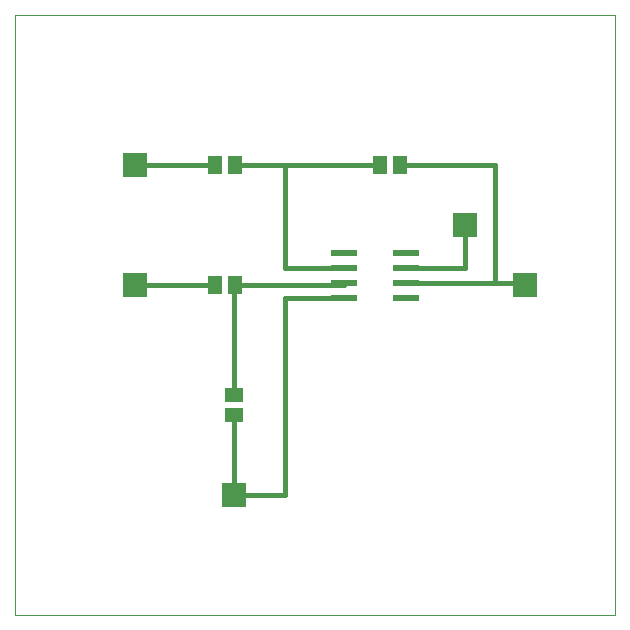
<source format=gtl>
G75*
G70*
%OFA0B0*%
%FSLAX24Y24*%
%IPPOS*%
%LPD*%
%AMOC8*
5,1,8,0,0,1.08239X$1,22.5*
%
%ADD10C,0.0000*%
%ADD11R,0.0870X0.0240*%
%ADD12R,0.0512X0.0591*%
%ADD13R,0.0591X0.0512*%
%ADD14R,0.0787X0.0787*%
%ADD15C,0.0160*%
D10*
X000101Y000101D02*
X000101Y020101D01*
X020101Y020101D01*
X020101Y000101D01*
X000101Y000101D01*
D11*
X011071Y010651D03*
X011071Y011151D03*
X011071Y011651D03*
X011071Y012151D03*
X013131Y012151D03*
X013131Y011651D03*
X013131Y011151D03*
X013131Y010651D03*
D12*
X012935Y015101D03*
X012266Y015101D03*
X007435Y015101D03*
X006766Y015101D03*
X006766Y011101D03*
X007435Y011101D03*
D13*
X007401Y007435D03*
X007401Y006766D03*
D14*
X007401Y004101D03*
X004101Y011101D03*
X004101Y015101D03*
X015101Y013101D03*
X017101Y011101D03*
D15*
X017101Y011151D01*
X016101Y011151D01*
X016101Y015101D01*
X012935Y015101D01*
X012266Y015101D02*
X009101Y015101D01*
X009101Y011651D01*
X011071Y011651D01*
X011071Y011151D02*
X011071Y011101D01*
X007435Y011101D01*
X007401Y011101D01*
X007401Y007435D01*
X007401Y006766D02*
X007401Y004101D01*
X009101Y004101D01*
X009101Y010651D01*
X011071Y010651D01*
X013131Y011151D02*
X016101Y011151D01*
X015101Y011651D02*
X015101Y013101D01*
X015101Y011651D02*
X013131Y011651D01*
X009101Y015101D02*
X007435Y015101D01*
X006766Y015101D02*
X004101Y015101D01*
X004101Y011101D02*
X006766Y011101D01*
M02*

</source>
